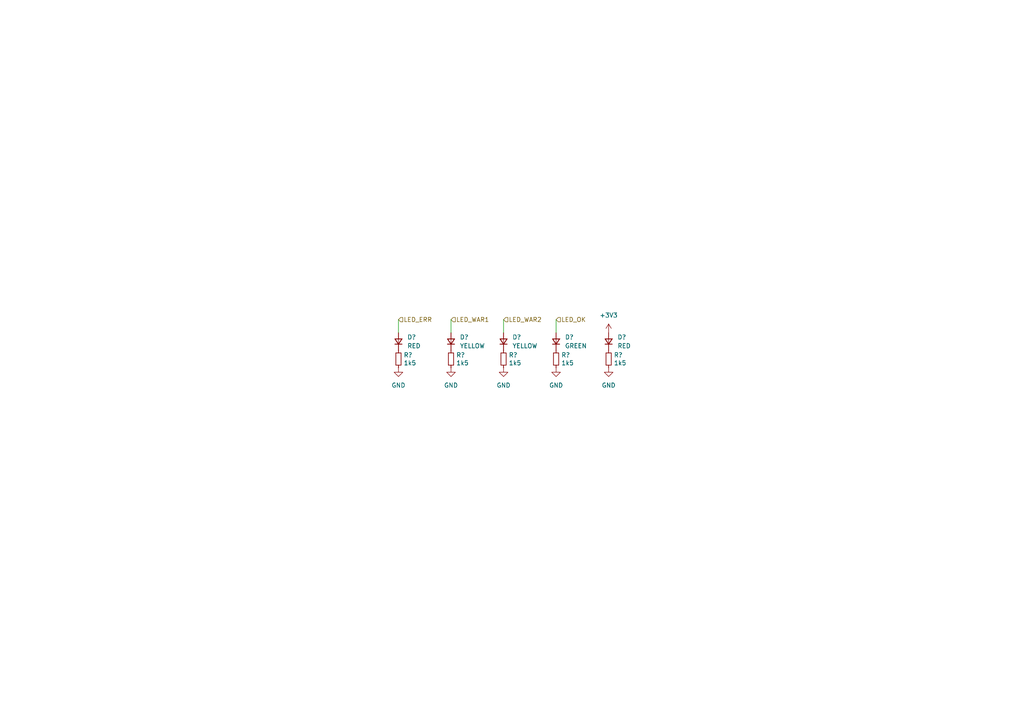
<source format=kicad_sch>
(kicad_sch (version 20211123) (generator eeschema)
  (paper "A4")
  (title_block (title "LEDs"))
  (lib_symbols
    (symbol "Device:D_Small" (pin_numbers hide) (pin_names (offset 0.254) hide)
      (property "Reference" "D" (at -1.27 2.032 0))
      (property "Value" "D_Small" (at -3.81 -2.032 0))
      (symbol "D_Small_0_1"
        (polyline (pts (xy -0.762 -1.016) (xy -0.762 1.016)) (stroke (width 0.254)))
        (polyline (pts (xy -0.762 0) (xy 0.762 0)))
        (polyline (pts (xy 0.762 -1.016) (xy -0.762 0) (xy 0.762 1.016) (xy 0.762 -1.016)) (stroke (width 0.254)))
      )
      (symbol "D_Small_1_1"
        (pin passive line (at -2.54 0 0) (length 1.778) (name "K") (number "1"))
        (pin passive line (at 2.54 0 180) (length 1.778) (name "A") (number "2"))
      )
    )
    (symbol "SB-Spoko-Bezpieczniki-rescue:R_Small-Device" (pin_numbers hide) (pin_names (offset 0.254) hide)
      (property "Reference" "R" (at 0.762 0.508 0))
      (property "Value" "SB-Spoko-Bezpieczniki-rescue_R_Small-Device" (at 0.762 -1.016 0))
      (symbol "R_Small-Device_0_1"
        (rectangle (start -0.762 1.778) (end 0.762 -1.778) (stroke (width 0.2032)))
      )
      (symbol "R_Small-Device_1_1"
        (pin passive line (at 0 2.54 270) (length 0.762) (name "~") (number "1"))
        (pin passive line (at 0 -2.54 90) (length 0.762) (name "~") (number "2"))
      )
    )
    (symbol "power:+3V3" (power) (pin_names (offset 0))
      (property "Value" "+3V3" (at 0 3.556 0))
      (symbol "+3V3_0_1"
        (polyline (pts (xy -0.762 1.27) (xy 0 2.54)))
        (polyline (pts (xy 0 0) (xy 0 2.54)))
        (polyline (pts (xy 0 2.54) (xy 0.762 1.27)))
      )
      (symbol "+3V3_1_1"
        (pin power_in line (at 0 0 90) (length 0) hide (name "+3V3") (number "1"))
      )
    )
    (symbol "power:GND" (power) (pin_names (offset 0))
      (property "Value" "GND" (at 0 -3.81 0))
      (symbol "GND_0_1"
        (polyline (pts (xy 0 0) (xy 0 -1.27) (xy 1.27 -1.27) (xy 0 -2.54) (xy -1.27 -1.27) (xy 0 -1.27)))
      )
      (symbol "GND_1_1"
        (pin power_in line (at 0 0 270) (length 0) hide (name "GND") (number "1"))
      )
    )
  )
  (wire (pts (xy 146.05 96.52) (xy 146.05 92.71)))
  (wire (pts (xy 161.29 96.52) (xy 161.29 92.71)))
  (wire (pts (xy 130.81 96.52) (xy 130.81 92.71)))
  (wire (pts (xy 115.57 96.52) (xy 115.57 92.71)))
  (hierarchical_label "LED_ERR" (shape input) (at 115.57 92.71 0))
  (hierarchical_label "LED_OK" (shape input) (at 161.29 92.71 0))
  (hierarchical_label "LED_WAR1" (shape input) (at 130.81 92.71 0))
  (hierarchical_label "LED_WAR2" (shape input) (at 146.05 92.71 0))
  (symbol (lib_id "SB-Spoko-Bezpieczniki-rescue:R_Small-Device") (at 161.29 104.14 0) (unit 1)
    (property "Reference" "R?" (at 162.7886 102.9716 0) (effects (justify left)))
    (property "Value" "1k5" (at 162.7886 105.283 0) (effects (justify left)))
    (property "Footprint" "Resistor_SMD:R_0603_1608Metric" (effects hide))
  )
  (symbol (lib_id "SB-Spoko-Bezpieczniki-rescue:R_Small-Device") (at 130.81 104.14 0) (unit 1)
    (property "Reference" "R?" (at 132.3086 102.9716 0) (effects (justify left)))
    (property "Value" "1k5" (at 132.3086 105.283 0) (effects (justify left)))
    (property "Footprint" "Resistor_SMD:R_0603_1608Metric" (effects hide))
  )
  (symbol (lib_id "Device:D_Small") (at 115.57 99.06 90) (unit 1)
    (property "Reference" "D?" (at 118.11 97.7899 90) (effects (justify right)))
    (property "Value" "RED" (at 118.11 100.3299 90) (effects (justify right)))
    (property "Footprint" "Diode_SMD:D_0603_1608Metric" (effects hide))
  )
  (symbol (lib_id "power:+3V3") (at 176.53 96.52 0) (mirror y) (unit 1)
    (property "Reference" "#PWR?" (effects hide))
    (property "Value" "+3V3" (at 176.53 91.44 0))
  )
  (symbol (lib_id "power:GND") (at 146.05 106.68 0) (unit 1)
    (property "Reference" "#PWR?" (effects hide))
    (property "Value" "GND" (at 146.05 111.76 0))
  )
  (symbol (lib_id "Device:D_Small") (at 176.53 99.06 90) (unit 1)
    (property "Reference" "D?" (at 179.07 97.7899 90) (effects (justify right)))
    (property "Value" "RED" (at 179.07 100.3299 90) (effects (justify right)))
    (property "Footprint" "Diode_SMD:D_0603_1608Metric" (effects hide))
  )
  (symbol (lib_id "SB-Spoko-Bezpieczniki-rescue:R_Small-Device") (at 115.57 104.14 0) (unit 1)
    (property "Reference" "R?" (at 117.0686 102.9716 0) (effects (justify left)))
    (property "Value" "1k5" (at 117.0686 105.283 0) (effects (justify left)))
    (property "Footprint" "Resistor_SMD:R_0603_1608Metric" (effects hide))
  )
  (symbol (lib_id "SB-Spoko-Bezpieczniki-rescue:R_Small-Device") (at 176.53 104.14 0) (unit 1)
    (property "Reference" "R?" (at 178.0286 102.9716 0) (effects (justify left)))
    (property "Value" "1k5" (at 178.0286 105.283 0) (effects (justify left)))
    (property "Footprint" "Resistor_SMD:R_0603_1608Metric" (effects hide))
  )
  (symbol (lib_id "power:GND") (at 176.53 106.68 0) (unit 1)
    (property "Reference" "#PWR?" (effects hide))
    (property "Value" "GND" (at 176.53 111.76 0))
  )
  (symbol (lib_id "SB-Spoko-Bezpieczniki-rescue:R_Small-Device") (at 146.05 104.14 0) (unit 1)
    (property "Reference" "R?" (at 147.5486 102.9716 0) (effects (justify left)))
    (property "Value" "1k5" (at 147.5486 105.283 0) (effects (justify left)))
    (property "Footprint" "Resistor_SMD:R_0603_1608Metric" (effects hide))
  )
  (symbol (lib_id "power:GND") (at 130.81 106.68 0) (unit 1)
    (property "Reference" "#PWR?" (effects hide))
    (property "Value" "GND" (at 130.81 111.76 0))
  )
  (symbol (lib_id "Device:D_Small") (at 130.81 99.06 90) (unit 1)
    (property "Reference" "D?" (at 133.35 97.7899 90) (effects (justify right)))
    (property "Value" "YELLOW" (at 133.35 100.3299 90) (effects (justify right)))
    (property "Footprint" "Diode_SMD:D_0603_1608Metric" (effects hide))
  )
  (symbol (lib_id "power:GND") (at 115.57 106.68 0) (unit 1)
    (property "Reference" "#PWR?" (effects hide))
    (property "Value" "GND" (at 115.57 111.76 0))
  )
  (symbol (lib_id "power:GND") (at 161.29 106.68 0) (unit 1)
    (property "Reference" "#PWR?" (effects hide))
    (property "Value" "GND" (at 161.29 111.76 0))
  )
  (symbol (lib_id "Device:D_Small") (at 146.05 99.06 90) (unit 1)
    (property "Reference" "D?" (at 148.59 97.7899 90) (effects (justify right)))
    (property "Value" "YELLOW" (at 148.59 100.3299 90) (effects (justify right)))
    (property "Footprint" "Diode_SMD:D_0603_1608Metric" (effects hide))
  )
  (symbol (lib_id "Device:D_Small") (at 161.29 99.06 90) (unit 1)
    (property "Reference" "D?" (at 163.83 97.7899 90) (effects (justify right)))
    (property "Value" "GREEN" (at 163.83 100.3299 90) (effects (justify right)))
    (property "Footprint" "Diode_SMD:D_0603_1608Metric" (effects hide))
  )
)
</source>
